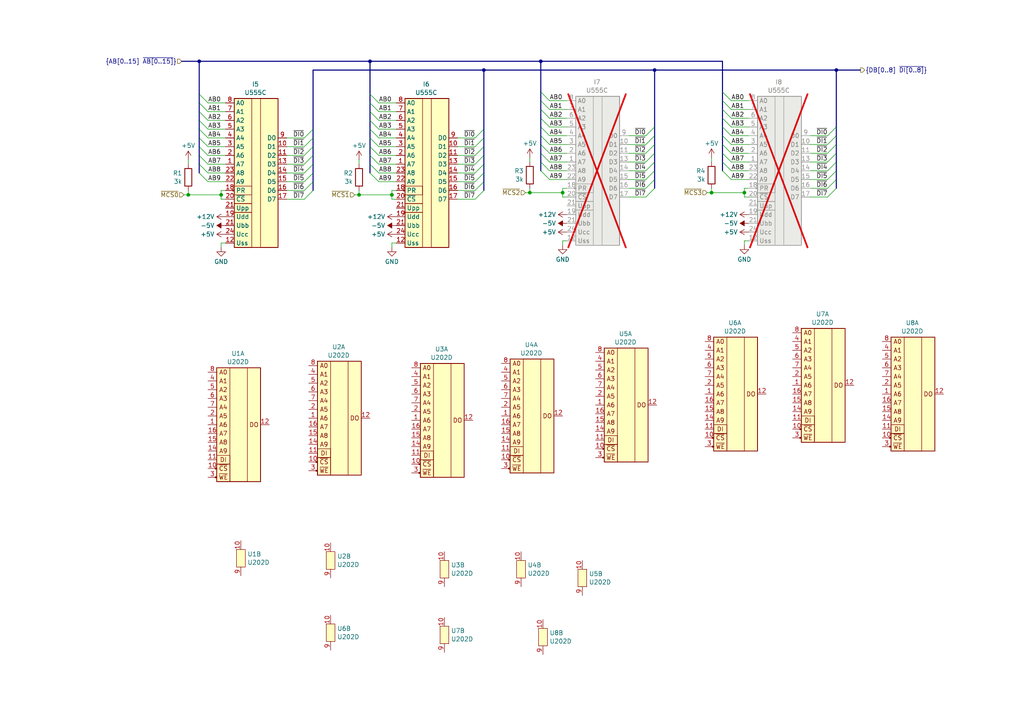
<source format=kicad_sch>
(kicad_sch (version 20230121) (generator eeschema)
  (paper "A4")
  (title_block (title "ROM"))
  (lib_symbols
    (symbol "Device:R" (pin_numbers hide) (pin_names (offset 0))
      (property "Reference" "R" (at 2.032 0 90))
      (property "Value" "R" (at 0 0 90))
      (symbol "R_0_1"
        (rectangle (start -1.016 -2.54) (end 1.016 2.54) (stroke (width 0.254)))
      )
      (symbol "R_1_1"
        (pin passive line (at 0 3.81 270) (length 1.27) (name "~") (number "1"))
        (pin passive line (at 0 -3.81 90) (length 1.27) (name "~") (number "2"))
      )
    )
    (symbol "RFT_Digitalschaltkreise:U202D" (pin_names (offset 1.016) hide)
      (property "Reference" "U" (at 0 17.78 0))
      (property "Value" "U202D" (at 0 -17.78 0))
      (symbol "U202D_1_1"
        (circle (center -6.6548 -15.24) (radius 0.2032) (fill (type outline)))
        (circle (center -6.6548 -12.7) (radius 0.2032) (fill (type outline)))
        (rectangle (start -6.35 -11.43) (end -2.54 -16.51))
        (rectangle (start -6.35 -8.89) (end -2.54 -11.43))
        (rectangle (start -6.35 16.51) (end 6.35 -16.51) (stroke (width 0.254)) (fill (type background)))
        (rectangle (start -2.54 16.51) (end 2.54 -16.51))
        (text "A0" (at -4.445 15.24 0) (effects (font (size 1.27 1.27))))
        (text "A1" (at -4.445 12.7 0) (effects (font (size 1.27 1.27))))
        (text "A2" (at -4.445 10.16 0) (effects (font (size 1.27 1.27))))
        (text "A3" (at -4.445 7.62 0) (effects (font (size 1.27 1.27))))
        (text "A4" (at -4.445 5.08 0) (effects (font (size 1.27 1.27))))
        (text "A5" (at -4.445 2.54 0) (effects (font (size 1.27 1.27))))
        (text "A6" (at -4.445 0 0) (effects (font (size 1.27 1.27))))
        (text "A7" (at -4.445 -2.54 0) (effects (font (size 1.27 1.27))))
        (text "A8" (at -4.445 -5.08 0) (effects (font (size 1.27 1.27))))
        (text "A9" (at -4.445 -7.62 0) (effects (font (size 1.27 1.27))))
        (text "DI" (at -4.445 -10.16 0) (effects (font (size 1.27 1.27))))
        (text "DO" (at 4.445 0 0) (effects (font (size 1.27 1.27))))
        (text "~{CS}" (at -4.445 -12.7 0) (effects (font (size 1.27 1.27))))
        (text "~{WE}" (at -4.445 -15.24 0) (effects (font (size 1.27 1.27))))
        (pin input line (at -8.89 0 0) (length 2.54) (name "A6") (number "1"))
        (pin input line (at -8.89 -12.7 0) (length 2.54) (name "~{CS}") (number "10"))
        (pin input line (at -8.89 -10.16 0) (length 2.54) (name "~{CS}") (number "11"))
        (pin output line (at 8.89 0 180) (length 2.54) (name "DO") (number "12"))
        (pin input line (at -8.89 -7.62 0) (length 2.54) (name "A9") (number "14"))
        (pin input line (at -8.89 -5.08 0) (length 2.54) (name "A8") (number "15"))
        (pin input line (at -8.89 -2.54 0) (length 2.54) (name "A7") (number "16"))
        (pin input line (at -8.89 2.54 0) (length 2.54) (name "A5") (number "2"))
        (pin input line (at -8.89 -15.24 0) (length 2.54) (name "~{WE}") (number "3"))
        (pin input line (at -8.89 12.7 0) (length 2.54) (name "A1") (number "4"))
        (pin input line (at -8.89 10.16 0) (length 2.54) (name "A2") (number "5"))
        (pin input line (at -8.89 7.62 0) (length 2.54) (name "A3") (number "6"))
        (pin input line (at -8.89 5.08 0) (length 2.54) (name "A4") (number "7"))
        (pin input line (at -8.89 15.24 0) (length 2.54) (name "A0") (number "8"))
      )
      (symbol "U202D_2_1"
        (rectangle (start -1.27 2.54) (end 1.27 -2.54) (fill (type background)))
        (pin power_in line (at 0 5.08 270) (length 2.54) (name "Udd") (number "10"))
        (pin power_in line (at 0 -5.08 90) (length 2.54) (name "Uss") (number "9"))
      )
    )
    (symbol "RFT_Digitalschaltkreise:U555C"
      (property "Reference" "U" (at 0 21.59 0))
      (property "Value" "U555C" (at 0 -24.13 0))
      (symbol "U555C_0_1"
        (rectangle (start -6.35 -10.16) (end -1.27 -12.7))
        (rectangle (start -1.27 -5.08) (end -6.35 -10.16))
      )
      (symbol "U555C_1_1"
        (circle (center -6.6548 -6.35) (radius 0.2032) (fill (type outline)))
        (rectangle (start -6.35 -12.7) (end -1.27 -22.86))
        (rectangle (start -6.35 20.32) (end -1.27 -7.62))
        (rectangle (start -6.35 20.32) (end 6.35 -22.86) (stroke (width 0.254)) (fill (type background)))
        (rectangle (start 1.27 20.32) (end 6.35 -22.86))
        (pin input line (at -8.89 1.27 0) (length 2.54) (name "A7") (number "1"))
        (pin tri_state line (at 8.89 6.35 180) (length 2.54) (name "D1") (number "10"))
        (pin tri_state line (at 8.89 3.81 180) (length 2.54) (name "D2") (number "11"))
        (pin power_in line (at -8.89 -21.59 0) (length 2.54) (name "Uss") (number "12"))
        (pin tri_state line (at 8.89 1.27 180) (length 2.54) (name "D3") (number "13"))
        (pin tri_state line (at 8.89 -1.27 180) (length 2.54) (name "D4") (number "14"))
        (pin tri_state line (at 8.89 -3.81 180) (length 2.54) (name "D5") (number "15"))
        (pin tri_state line (at 8.89 -6.35 180) (length 2.54) (name "D6") (number "16"))
        (pin tri_state line (at 8.89 -8.89 180) (length 2.54) (name "D7") (number "17"))
        (pin input line (at -8.89 -6.35 0) (length 2.54) (name "PR") (number "18"))
        (pin power_in line (at -8.89 -13.97 0) (length 2.54) (name "Udd") (number "19"))
        (pin input line (at -8.89 3.81 0) (length 2.54) (name "A6") (number "2"))
        (pin input line (at -8.89 -8.89 0) (length 2.54) (name "~{CS}") (number "20"))
        (pin power_in line (at -8.89 -16.51 0) (length 2.54) (name "Ubb") (number "21"))
        (pin power_in line (at -8.89 -11.43 0) (length 2.54) (name "Upp") (number "21"))
        (pin input line (at -8.89 -3.81 0) (length 2.54) (name "A9") (number "22"))
        (pin input line (at -8.89 -1.27 0) (length 2.54) (name "A8") (number "23"))
        (pin power_in line (at -8.89 -19.05 0) (length 2.54) (name "Ucc") (number "24"))
        (pin input line (at -8.89 6.35 0) (length 2.54) (name "A5") (number "3"))
        (pin input line (at -8.89 8.89 0) (length 2.54) (name "A4") (number "4"))
        (pin input line (at -8.89 11.43 0) (length 2.54) (name "A3") (number "5"))
        (pin input line (at -8.89 13.97 0) (length 2.54) (name "A2") (number "6"))
        (pin input line (at -8.89 16.51 0) (length 2.54) (name "A1") (number "7"))
        (pin input line (at -8.89 19.05 0) (length 2.54) (name "A0") (number "8"))
        (pin tri_state line (at 8.89 8.89 180) (length 2.54) (name "D0") (number "9"))
      )
    )
    (symbol "power:+12V" (power) (pin_names (offset 0))
      (property "Value" "+12V" (at 0 3.556 0))
      (symbol "+12V_0_1"
        (polyline (pts (xy -0.762 1.27) (xy 0 2.54)))
        (polyline (pts (xy 0 0) (xy 0 2.54)))
        (polyline (pts (xy 0 2.54) (xy 0.762 1.27)))
      )
      (symbol "+12V_1_1"
        (pin power_in line (at 0 0 90) (length 0) hide (name "+12V") (number "1"))
      )
    )
    (symbol "power:+5V" (power) (pin_names (offset 0))
      (property "Value" "+5V" (at 0 3.556 0))
      (symbol "+5V_0_1"
        (polyline (pts (xy -0.762 1.27) (xy 0 2.54)))
        (polyline (pts (xy 0 0) (xy 0 2.54)))
        (polyline (pts (xy 0 2.54) (xy 0.762 1.27)))
      )
      (symbol "+5V_1_1"
        (pin power_in line (at 0 0 90) (length 0) hide (name "+5V") (number "1"))
      )
    )
    (symbol "power:-5V" (power) (pin_names (offset 0))
      (property "Value" "-5V" (at 0 3.81 0))
      (symbol "-5V_0_0"
        (pin power_in line (at 0 0 90) (length 0) hide (name "-5V") (number "1"))
      )
      (symbol "-5V_0_1"
        (polyline (pts (xy 0 0) (xy 0 1.27) (xy 0.762 1.27) (xy 0 2.54) (xy -0.762 1.27) (xy 0 1.27)) (fill (type outline)))
      )
    )
    (symbol "power:GND" (power) (pin_names (offset 0))
      (property "Value" "GND" (at 0 -3.81 0))
      (symbol "GND_0_1"
        (polyline (pts (xy 0 0) (xy 0 -1.27) (xy 1.27 -1.27) (xy 0 -2.54) (xy -1.27 -1.27) (xy 0 -1.27)))
      )
      (symbol "GND_1_1"
        (pin power_in line (at 0 0 270) (length 0) hide (name "GND") (number "1"))
      )
    )
  )
  (junction (at 189.865 20.32))
  (junction (at 64.135 56.515))
  (junction (at 153.67 55.88))
  (junction (at 57.785 17.78))
  (junction (at 104.14 56.515))
  (junction (at 163.195 55.88))
  (junction (at 215.9 55.88))
  (junction (at 156.845 17.78))
  (junction (at 140.335 20.32))
  (junction (at 107.315 17.78))
  (junction (at 206.375 55.88))
  (junction (at 113.665 56.515))
  (junction (at 242.57 20.32))
  (junction (at 54.61 56.515))
  (bus_entry (at 57.785 32.385) (size 2.54 2.54))
  (bus_entry (at 107.315 27.305) (size 2.54 2.54))
  (bus_entry (at 187.325 57.15) (size 2.54 -2.54))
  (bus_entry (at 156.845 49.53) (size 2.54 2.54))
  (bus_entry (at 209.55 46.99) (size 2.54 2.54))
  (bus_entry (at 88.265 45.085) (size 2.54 -2.54))
  (bus_entry (at 209.55 36.83) (size 2.54 2.54))
  (bus_entry (at 240.03 44.45) (size 2.54 -2.54))
  (bus_entry (at 107.315 32.385) (size 2.54 2.54))
  (bus_entry (at 187.325 49.53) (size 2.54 -2.54))
  (bus_entry (at 156.845 41.91) (size 2.54 2.54))
  (bus_entry (at 156.845 29.21) (size 2.54 2.54))
  (bus_entry (at 156.845 36.83) (size 2.54 2.54))
  (bus_entry (at 187.325 54.61) (size 2.54 -2.54))
  (bus_entry (at 88.265 42.545) (size 2.54 -2.54))
  (bus_entry (at 137.795 55.245) (size 2.54 -2.54))
  (bus_entry (at 57.785 27.305) (size 2.54 2.54))
  (bus_entry (at 209.55 31.75) (size 2.54 2.54))
  (bus_entry (at 187.325 44.45) (size 2.54 -2.54))
  (bus_entry (at 187.325 39.37) (size 2.54 -2.54))
  (bus_entry (at 57.785 47.625) (size 2.54 2.54))
  (bus_entry (at 137.795 45.085) (size 2.54 -2.54))
  (bus_entry (at 88.265 52.705) (size 2.54 -2.54))
  (bus_entry (at 137.795 52.705) (size 2.54 -2.54))
  (bus_entry (at 88.265 55.245) (size 2.54 -2.54))
  (bus_entry (at 156.845 44.45) (size 2.54 2.54))
  (bus_entry (at 88.265 50.165) (size 2.54 -2.54))
  (bus_entry (at 156.845 34.29) (size 2.54 2.54))
  (bus_entry (at 137.795 50.165) (size 2.54 -2.54))
  (bus_entry (at 240.03 52.07) (size 2.54 -2.54))
  (bus_entry (at 209.55 41.91) (size 2.54 2.54))
  (bus_entry (at 88.265 57.785) (size 2.54 -2.54))
  (bus_entry (at 240.03 49.53) (size 2.54 -2.54))
  (bus_entry (at 137.795 47.625) (size 2.54 -2.54))
  (bus_entry (at 240.03 54.61) (size 2.54 -2.54))
  (bus_entry (at 209.55 39.37) (size 2.54 2.54))
  (bus_entry (at 187.325 46.99) (size 2.54 -2.54))
  (bus_entry (at 240.03 41.91) (size 2.54 -2.54))
  (bus_entry (at 57.785 29.845) (size 2.54 2.54))
  (bus_entry (at 107.315 42.545) (size 2.54 2.54))
  (bus_entry (at 187.325 41.91) (size 2.54 -2.54))
  (bus_entry (at 209.55 49.53) (size 2.54 2.54))
  (bus_entry (at 240.03 46.99) (size 2.54 -2.54))
  (bus_entry (at 209.55 34.29) (size 2.54 2.54))
  (bus_entry (at 107.315 40.005) (size 2.54 2.54))
  (bus_entry (at 107.315 29.845) (size 2.54 2.54))
  (bus_entry (at 137.795 57.785) (size 2.54 -2.54))
  (bus_entry (at 156.845 46.99) (size 2.54 2.54))
  (bus_entry (at 57.785 34.925) (size 2.54 2.54))
  (bus_entry (at 57.785 42.545) (size 2.54 2.54))
  (bus_entry (at 137.795 40.005) (size 2.54 -2.54))
  (bus_entry (at 156.845 26.67) (size 2.54 2.54))
  (bus_entry (at 240.03 39.37) (size 2.54 -2.54))
  (bus_entry (at 240.03 57.15) (size 2.54 -2.54))
  (bus_entry (at 107.315 50.165) (size 2.54 2.54))
  (bus_entry (at 107.315 47.625) (size 2.54 2.54))
  (bus_entry (at 88.265 47.625) (size 2.54 -2.54))
  (bus_entry (at 156.845 31.75) (size 2.54 2.54))
  (bus_entry (at 209.55 26.67) (size 2.54 2.54))
  (bus_entry (at 107.315 34.925) (size 2.54 2.54))
  (bus_entry (at 209.55 44.45) (size 2.54 2.54))
  (bus_entry (at 187.325 52.07) (size 2.54 -2.54))
  (bus_entry (at 209.55 29.21) (size 2.54 2.54))
  (bus_entry (at 57.785 40.005) (size 2.54 2.54))
  (bus_entry (at 156.845 39.37) (size 2.54 2.54))
  (bus_entry (at 107.315 45.085) (size 2.54 2.54))
  (bus_entry (at 57.785 45.085) (size 2.54 2.54))
  (bus_entry (at 107.315 37.465) (size 2.54 2.54))
  (bus_entry (at 88.265 40.005) (size 2.54 -2.54))
  (bus_entry (at 137.795 42.545) (size 2.54 -2.54))
  (bus_entry (at 57.785 37.465) (size 2.54 2.54))
  (bus_entry (at 57.785 50.165) (size 2.54 2.54))
  (wire (pts (xy 114.935 57.785) (xy 113.665 57.785)))
  (wire (pts (xy 234.95 49.53) (xy 240.03 49.53)))
  (bus (pts (xy 107.315 47.625) (xy 107.315 50.165)))
  (wire (pts (xy 104.14 56.515) (xy 104.14 55.245)))
  (bus (pts (xy 156.845 44.45) (xy 156.845 46.99)))
  (bus (pts (xy 107.315 17.78) (xy 156.845 17.78)))
  (wire (pts (xy 60.325 42.545) (xy 65.405 42.545)))
  (bus (pts (xy 242.57 46.99) (xy 242.57 49.53)))
  (wire (pts (xy 83.185 45.085) (xy 88.265 45.085)))
  (wire (pts (xy 60.325 40.005) (xy 65.405 40.005)))
  (wire (pts (xy 153.67 45.72) (xy 153.67 46.99)))
  (bus (pts (xy 189.865 20.32) (xy 242.57 20.32)))
  (wire (pts (xy 109.855 45.085) (xy 114.935 45.085)))
  (wire (pts (xy 159.385 52.07) (xy 164.465 52.07)))
  (bus (pts (xy 189.865 39.37) (xy 189.865 41.91)))
  (bus (pts (xy 156.845 26.67) (xy 156.845 29.21)))
  (wire (pts (xy 182.245 46.99) (xy 187.325 46.99)))
  (wire (pts (xy 132.715 40.005) (xy 137.795 40.005)))
  (bus (pts (xy 140.335 52.705) (xy 140.335 55.245)))
  (bus (pts (xy 156.845 41.91) (xy 156.845 44.45)))
  (bus (pts (xy 242.57 39.37) (xy 242.57 41.91)))
  (wire (pts (xy 60.325 29.845) (xy 65.405 29.845)))
  (wire (pts (xy 215.9 69.85) (xy 217.17 69.85)))
  (bus (pts (xy 156.845 31.75) (xy 156.845 34.29)))
  (wire (pts (xy 159.385 36.83) (xy 164.465 36.83)))
  (wire (pts (xy 215.9 57.15) (xy 215.9 55.88)))
  (bus (pts (xy 209.55 41.91) (xy 209.55 44.45)))
  (wire (pts (xy 234.95 57.15) (xy 240.03 57.15)))
  (bus (pts (xy 209.55 34.29) (xy 209.55 36.83)))
  (wire (pts (xy 234.95 44.45) (xy 240.03 44.45)))
  (wire (pts (xy 83.185 50.165) (xy 88.265 50.165)))
  (wire (pts (xy 212.09 52.07) (xy 217.17 52.07)))
  (bus (pts (xy 189.865 49.53) (xy 189.865 52.07)))
  (wire (pts (xy 215.9 55.88) (xy 215.9 54.61)))
  (wire (pts (xy 109.855 34.925) (xy 114.935 34.925)))
  (wire (pts (xy 163.195 55.88) (xy 153.67 55.88)))
  (bus (pts (xy 209.55 36.83) (xy 209.55 39.37)))
  (wire (pts (xy 104.14 46.355) (xy 104.14 47.625)))
  (wire (pts (xy 163.195 55.88) (xy 163.195 54.61)))
  (bus (pts (xy 107.315 29.845) (xy 107.315 32.385)))
  (bus (pts (xy 57.785 37.465) (xy 57.785 40.005)))
  (bus (pts (xy 90.805 50.165) (xy 90.805 52.705)))
  (wire (pts (xy 182.245 49.53) (xy 187.325 49.53)))
  (wire (pts (xy 60.325 32.385) (xy 65.405 32.385)))
  (bus (pts (xy 189.865 52.07) (xy 189.865 54.61)))
  (bus (pts (xy 156.845 46.99) (xy 156.845 49.53)))
  (wire (pts (xy 234.95 41.91) (xy 240.03 41.91)))
  (wire (pts (xy 132.715 52.705) (xy 137.795 52.705)))
  (bus (pts (xy 189.865 41.91) (xy 189.865 44.45)))
  (wire (pts (xy 102.87 56.515) (xy 104.14 56.515)))
  (bus (pts (xy 140.335 37.465) (xy 140.335 40.005)))
  (wire (pts (xy 182.245 39.37) (xy 187.325 39.37)))
  (wire (pts (xy 109.855 52.705) (xy 114.935 52.705)))
  (bus (pts (xy 90.805 52.705) (xy 90.805 55.245)))
  (wire (pts (xy 64.135 71.755) (xy 64.135 70.485)))
  (wire (pts (xy 163.195 71.12) (xy 163.195 69.85)))
  (bus (pts (xy 107.315 45.085) (xy 107.315 47.625)))
  (bus (pts (xy 242.57 36.83) (xy 242.57 39.37)))
  (wire (pts (xy 159.385 46.99) (xy 164.465 46.99)))
  (bus (pts (xy 140.335 45.085) (xy 140.335 47.625)))
  (wire (pts (xy 83.185 42.545) (xy 88.265 42.545)))
  (wire (pts (xy 113.665 55.245) (xy 114.935 55.245)))
  (wire (pts (xy 132.715 57.785) (xy 137.795 57.785)))
  (wire (pts (xy 215.9 71.12) (xy 215.9 69.85)))
  (wire (pts (xy 83.185 40.005) (xy 88.265 40.005)))
  (bus (pts (xy 140.335 40.005) (xy 140.335 42.545)))
  (wire (pts (xy 60.325 34.925) (xy 65.405 34.925)))
  (wire (pts (xy 234.95 39.37) (xy 240.03 39.37)))
  (bus (pts (xy 107.315 37.465) (xy 107.315 40.005)))
  (bus (pts (xy 107.315 32.385) (xy 107.315 34.925)))
  (wire (pts (xy 212.09 46.99) (xy 217.17 46.99)))
  (bus (pts (xy 107.315 42.545) (xy 107.315 45.085)))
  (bus (pts (xy 242.57 44.45) (xy 242.57 46.99)))
  (wire (pts (xy 83.185 55.245) (xy 88.265 55.245)))
  (bus (pts (xy 90.805 20.32) (xy 140.335 20.32)))
  (wire (pts (xy 159.385 31.75) (xy 164.465 31.75)))
  (wire (pts (xy 132.715 42.545) (xy 137.795 42.545)))
  (wire (pts (xy 64.135 56.515) (xy 64.135 55.245)))
  (wire (pts (xy 215.9 55.88) (xy 206.375 55.88)))
  (wire (pts (xy 64.135 57.785) (xy 64.135 56.515)))
  (wire (pts (xy 60.325 52.705) (xy 65.405 52.705)))
  (wire (pts (xy 113.665 56.515) (xy 104.14 56.515)))
  (wire (pts (xy 212.09 41.91) (xy 217.17 41.91)))
  (wire (pts (xy 64.135 55.245) (xy 65.405 55.245)))
  (wire (pts (xy 206.375 55.88) (xy 206.375 54.61)))
  (wire (pts (xy 60.325 50.165) (xy 65.405 50.165)))
  (bus (pts (xy 57.785 17.78) (xy 107.315 17.78)))
  (bus (pts (xy 52.705 17.78) (xy 57.785 17.78)))
  (wire (pts (xy 53.34 56.515) (xy 54.61 56.515)))
  (wire (pts (xy 109.855 32.385) (xy 114.935 32.385)))
  (bus (pts (xy 107.315 40.005) (xy 107.315 42.545)))
  (wire (pts (xy 83.185 47.625) (xy 88.265 47.625)))
  (wire (pts (xy 113.665 71.755) (xy 113.665 70.485)))
  (wire (pts (xy 152.4 55.88) (xy 153.67 55.88)))
  (wire (pts (xy 212.09 39.37) (xy 217.17 39.37)))
  (wire (pts (xy 64.135 56.515) (xy 54.61 56.515)))
  (wire (pts (xy 212.09 44.45) (xy 217.17 44.45)))
  (bus (pts (xy 189.865 36.83) (xy 189.865 39.37)))
  (bus (pts (xy 57.785 42.545) (xy 57.785 45.085)))
  (wire (pts (xy 109.855 50.165) (xy 114.935 50.165)))
  (wire (pts (xy 182.245 52.07) (xy 187.325 52.07)))
  (wire (pts (xy 205.105 55.88) (xy 206.375 55.88)))
  (bus (pts (xy 90.805 20.32) (xy 90.805 37.465)))
  (bus (pts (xy 140.335 50.165) (xy 140.335 52.705)))
  (bus (pts (xy 107.315 17.78) (xy 107.315 27.305)))
  (wire (pts (xy 182.245 41.91) (xy 187.325 41.91)))
  (wire (pts (xy 212.09 49.53) (xy 217.17 49.53)))
  (bus (pts (xy 156.845 17.78) (xy 209.55 17.78)))
  (wire (pts (xy 109.855 47.625) (xy 114.935 47.625)))
  (wire (pts (xy 54.61 46.355) (xy 54.61 47.625)))
  (wire (pts (xy 132.715 47.625) (xy 137.795 47.625)))
  (wire (pts (xy 153.67 55.88) (xy 153.67 54.61)))
  (bus (pts (xy 242.57 52.07) (xy 242.57 54.61)))
  (bus (pts (xy 156.845 36.83) (xy 156.845 39.37)))
  (bus (pts (xy 90.805 47.625) (xy 90.805 50.165)))
  (bus (pts (xy 209.55 39.37) (xy 209.55 41.91)))
  (wire (pts (xy 60.325 47.625) (xy 65.405 47.625)))
  (wire (pts (xy 212.09 29.21) (xy 217.17 29.21)))
  (wire (pts (xy 234.95 54.61) (xy 240.03 54.61)))
  (wire (pts (xy 132.715 45.085) (xy 137.795 45.085)))
  (wire (pts (xy 212.09 36.83) (xy 217.17 36.83)))
  (wire (pts (xy 159.385 49.53) (xy 164.465 49.53)))
  (bus (pts (xy 57.785 34.925) (xy 57.785 37.465)))
  (wire (pts (xy 60.325 37.465) (xy 65.405 37.465)))
  (bus (pts (xy 156.845 34.29) (xy 156.845 36.83)))
  (bus (pts (xy 57.785 17.78) (xy 57.785 27.305)))
  (wire (pts (xy 109.855 40.005) (xy 114.935 40.005)))
  (wire (pts (xy 132.715 50.165) (xy 137.795 50.165)))
  (wire (pts (xy 164.465 57.15) (xy 163.195 57.15)))
  (wire (pts (xy 113.665 57.785) (xy 113.665 56.515)))
  (wire (pts (xy 215.9 54.61) (xy 217.17 54.61)))
  (wire (pts (xy 159.385 39.37) (xy 164.465 39.37)))
  (bus (pts (xy 140.335 20.32) (xy 189.865 20.32)))
  (bus (pts (xy 209.55 46.99) (xy 209.55 49.53)))
  (bus (pts (xy 140.335 42.545) (xy 140.335 45.085)))
  (wire (pts (xy 132.715 55.245) (xy 137.795 55.245)))
  (wire (pts (xy 159.385 41.91) (xy 164.465 41.91)))
  (wire (pts (xy 109.855 29.845) (xy 114.935 29.845)))
  (wire (pts (xy 159.385 34.29) (xy 164.465 34.29)))
  (bus (pts (xy 189.865 20.32) (xy 189.865 36.83)))
  (wire (pts (xy 109.855 37.465) (xy 114.935 37.465)))
  (bus (pts (xy 242.57 20.32) (xy 249.555 20.32)))
  (bus (pts (xy 209.55 29.21) (xy 209.55 31.75)))
  (wire (pts (xy 234.95 52.07) (xy 240.03 52.07)))
  (wire (pts (xy 212.09 31.75) (xy 217.17 31.75)))
  (bus (pts (xy 57.785 45.085) (xy 57.785 47.625)))
  (wire (pts (xy 182.245 44.45) (xy 187.325 44.45)))
  (bus (pts (xy 107.315 27.305) (xy 107.315 29.845)))
  (wire (pts (xy 113.665 56.515) (xy 113.665 55.245)))
  (bus (pts (xy 156.845 39.37) (xy 156.845 41.91)))
  (wire (pts (xy 83.185 52.705) (xy 88.265 52.705)))
  (bus (pts (xy 242.57 20.32) (xy 242.57 36.83)))
  (bus (pts (xy 209.55 26.67) (xy 209.55 29.21)))
  (wire (pts (xy 64.135 70.485) (xy 65.405 70.485)))
  (bus (pts (xy 242.57 49.53) (xy 242.57 52.07)))
  (bus (pts (xy 57.785 27.305) (xy 57.785 29.845)))
  (bus (pts (xy 209.55 17.78) (xy 209.55 26.67)))
  (wire (pts (xy 163.195 54.61) (xy 164.465 54.61)))
  (wire (pts (xy 163.195 69.85) (xy 164.465 69.85)))
  (bus (pts (xy 57.785 32.385) (xy 57.785 34.925)))
  (bus (pts (xy 90.805 40.005) (xy 90.805 42.545)))
  (bus (pts (xy 140.335 47.625) (xy 140.335 50.165)))
  (wire (pts (xy 60.325 45.085) (xy 65.405 45.085)))
  (wire (pts (xy 109.855 42.545) (xy 114.935 42.545)))
  (wire (pts (xy 182.245 54.61) (xy 187.325 54.61)))
  (wire (pts (xy 159.385 29.21) (xy 164.465 29.21)))
  (wire (pts (xy 65.405 57.785) (xy 64.135 57.785)))
  (bus (pts (xy 189.865 44.45) (xy 189.865 46.99)))
  (bus (pts (xy 242.57 41.91) (xy 242.57 44.45)))
  (wire (pts (xy 83.185 57.785) (xy 88.265 57.785)))
  (bus (pts (xy 57.785 29.845) (xy 57.785 32.385)))
  (bus (pts (xy 209.55 31.75) (xy 209.55 34.29)))
  (bus (pts (xy 90.805 45.085) (xy 90.805 47.625)))
  (bus (pts (xy 189.865 46.99) (xy 189.865 49.53)))
  (wire (pts (xy 163.195 57.15) (xy 163.195 55.88)))
  (wire (pts (xy 234.95 46.99) (xy 240.03 46.99)))
  (bus (pts (xy 156.845 17.78) (xy 156.845 26.67)))
  (wire (pts (xy 182.245 57.15) (xy 187.325 57.15)))
  (wire (pts (xy 54.61 56.515) (xy 54.61 55.245)))
  (bus (pts (xy 90.805 42.545) (xy 90.805 45.085)))
  (wire (pts (xy 159.385 44.45) (xy 164.465 44.45)))
  (bus (pts (xy 90.805 37.465) (xy 90.805 40.005)))
  (bus (pts (xy 140.335 20.32) (xy 140.335 37.465)))
  (wire (pts (xy 113.665 70.485) (xy 114.935 70.485)))
  (bus (pts (xy 209.55 44.45) (xy 209.55 46.99)))
  (bus (pts (xy 57.785 40.005) (xy 57.785 42.545)))
  (wire (pts (xy 217.17 57.15) (xy 215.9 57.15)))
  (bus (pts (xy 156.845 29.21) (xy 156.845 31.75)))
  (wire (pts (xy 206.375 45.72) (xy 206.375 46.99)))
  (bus (pts (xy 107.315 34.925) (xy 107.315 37.465)))
  (bus (pts (xy 57.785 47.625) (xy 57.785 50.165)))
  (wire (pts (xy 212.09 34.29) (xy 217.17 34.29)))
  (label "~{DI4}" (at 88.265 50.165 180))
  (label "~{DI0}" (at 137.795 40.005 180))
  (label "~{DI3}" (at 240.03 46.99 180))
  (label "AB3" (at 159.385 36.83 0))
  (label "AB1" (at 159.385 31.75 0))
  (label "AB5" (at 212.09 41.91 0))
  (label "~{DI6}" (at 240.03 54.61 180))
  (label "AB7" (at 109.855 47.625 0))
  (label "~{DI3}" (at 187.325 46.99 180))
  (label "~{DI4}" (at 240.03 49.53 180))
  (label "~{DI2}" (at 137.795 45.085 180))
  (label "AB0" (at 212.09 29.21 0))
  (label "AB1" (at 109.855 32.385 0))
  (label "~{DI6}" (at 187.325 54.61 180))
  (label "AB0" (at 109.855 29.845 0))
  (label "~{DI3}" (at 137.795 47.625 180))
  (label "~{DI5}" (at 240.03 52.07 180))
  (label "~{DI0}" (at 187.325 39.37 180))
  (label "AB9" (at 60.325 52.705 0))
  (label "AB1" (at 60.325 32.385 0))
  (label "~{DI0}" (at 240.03 39.37 180))
  (label "~{DI6}" (at 137.795 55.245 180))
  (label "AB1" (at 212.09 31.75 0))
  (label "AB6" (at 60.325 45.085 0))
  (label "~{DI1}" (at 137.795 42.545 180))
  (label "AB7" (at 212.09 46.99 0))
  (label "AB7" (at 159.385 46.99 0))
  (label "~{DI5}" (at 187.325 52.07 180))
  (label "AB6" (at 109.855 45.085 0))
  (label "~{DI5}" (at 88.265 52.705 180))
  (label "AB5" (at 60.325 42.545 0))
  (label "AB0" (at 159.385 29.21 0))
  (label "~{DI7}" (at 187.325 57.15 180))
  (label "AB4" (at 109.855 40.005 0))
  (label "AB9" (at 159.385 52.07 0))
  (label "AB9" (at 212.09 52.07 0))
  (label "AB4" (at 212.09 39.37 0))
  (label "~{DI7}" (at 240.03 57.15 180))
  (label "AB4" (at 60.325 40.005 0))
  (label "~{DI6}" (at 88.265 55.245 180))
  (label "~{DI1}" (at 187.325 41.91 180))
  (label "AB3" (at 109.855 37.465 0))
  (label "AB7" (at 60.325 47.625 0))
  (label "AB2" (at 159.385 34.29 0))
  (label "~{DI0}" (at 88.265 40.005 180))
  (label "~{DI2}" (at 187.325 44.45 180))
  (label "~{DI3}" (at 88.265 47.625 180))
  (label "AB8" (at 159.385 49.53 0))
  (label "AB9" (at 109.855 52.705 0))
  (label "AB4" (at 159.385 39.37 0))
  (label "~{DI1}" (at 240.03 41.91 180))
  (label "AB2" (at 109.855 34.925 0))
  (label "AB5" (at 109.855 42.545 0))
  (label "~{DI1}" (at 88.265 42.545 180))
  (label "AB2" (at 212.09 34.29 0))
  (label "AB0" (at 60.325 29.845 0))
  (label "AB5" (at 159.385 41.91 0))
  (label "AB2" (at 60.325 34.925 0))
  (label "~{DI7}" (at 137.795 57.785 180))
  (label "AB3" (at 60.325 37.465 0))
  (label "~{DI2}" (at 88.265 45.085 180))
  (label "~{DI4}" (at 187.325 49.53 180))
  (label "~{DI4}" (at 137.795 50.165 180))
  (label "~{DI7}" (at 88.265 57.785 180))
  (label "AB3" (at 212.09 36.83 0))
  (label "~{DI2}" (at 240.03 44.45 180))
  (label "AB8" (at 109.855 50.165 0))
  (label "~{DI5}" (at 137.795 52.705 180))
  (label "AB6" (at 212.09 44.45 0))
  (label "AB6" (at 159.385 44.45 0))
  (label "AB8" (at 212.09 49.53 0))
  (label "AB8" (at 60.325 50.165 0))
  (hierarchical_label "~{MCS0}" (shape input) (at 53.34 56.515 180))
  (hierarchical_label "~{MCS1}" (shape input) (at 102.87 56.515 180))
  (hierarchical_label "{DB[0..8] ~{DI[0..8]}}" (shape output) (at 249.555 20.32 0))
  (hierarchical_label "~{MCS3}" (shape input) (at 205.105 55.88 180))
  (hierarchical_label "~{MCS2}" (shape input) (at 152.4 55.88 180))
  (hierarchical_label "{AB[0..15] ~{AB[0..15]}}" (shape input) (at 52.705 17.78 180))
  (symbol (lib_id "power:+12V") (at 114.935 62.865 90) (unit 1)
    (property "Reference" "#PWR013" (effects hide))
    (property "Value" "+12V" (at 111.76 62.865 90) (effects (justify left)))
  )
  (symbol (lib_id "power:+5V") (at 65.405 67.945 90) (unit 1)
    (property "Reference" "#PWR07" (effects hide))
    (property "Value" "+5V" (at 62.2301 67.945 90) (effects (justify left)))
  )
  (symbol (lib_id "RFT_Digitalschaltkreise:U202D") (at 264.795 114.3 0) (unit 1)
    (property "Reference" "U8" (at 264.6045 93.6457 0))
    (property "Value" "U202D" (at 264.6045 96.0699 0))
    (property "Datasheet" "https://www-user.tu-chemnitz.de/~heha/basteln/Konsumg%C3%BCter/DDR-Halbleiter/u202.gif" (effects hide))
  )
  (symbol (lib_id "power:+5V") (at 114.935 67.945 90) (unit 1)
    (property "Reference" "#PWR08" (effects hide))
    (property "Value" "+5V" (at 111.7601 67.945 90) (effects (justify left)))
  )
  (symbol (lib_id "power:+5V") (at 104.14 46.355 0) (unit 1)
    (property "Reference" "#PWR024" (effects hide))
    (property "Value" "+5V" (at 104.14 42.2219 0))
  )
  (symbol (lib_id "power:GND") (at 113.665 71.755 0) (unit 1)
    (property "Reference" "#PWR020" (effects hide))
    (property "Value" "GND" (at 113.665 75.8881 0))
  )
  (symbol (lib_id "power:+12V") (at 164.465 62.23 90) (unit 1)
    (property "Reference" "#PWR012" (effects hide))
    (property "Value" "+12V" (at 161.29 62.23 90) (effects (justify left)))
  )
  (symbol (lib_id "Device:R") (at 206.375 50.8 0) (unit 1)
    (property "Reference" "R4" (at 204.597 49.5879 0) (effects (justify right)))
    (property "Value" "3k" (at 204.597 52.0121 0) (effects (justify right)))
  )
  (symbol (lib_id "power:+12V") (at 65.405 62.865 90) (unit 1)
    (property "Reference" "#PWR014" (effects hide))
    (property "Value" "+12V" (at 62.23 62.865 90) (effects (justify left)))
  )
  (symbol (lib_id "RFT_Digitalschaltkreise:U202D") (at 157.48 184.785 0) (unit 2)
    (property "Reference" "U8" (at 159.385 183.5729 0) (effects (justify left)))
    (property "Value" "U202D" (at 159.385 185.9971 0) (effects (justify left)))
    (property "Datasheet" "https://www-user.tu-chemnitz.de/~heha/basteln/Konsumg%C3%BCter/DDR-Halbleiter/u202.gif" (effects hide))
  )
  (symbol (lib_id "RFT_Digitalschaltkreise:U555C") (at 74.295 48.895 0) (unit 1)
    (property "Reference" "I5" (at 74.1045 24.4307 0))
    (property "Value" "U555C" (at 74.1045 26.8549 0))
    (property "Datasheet" "https://www-user.tu-chemnitz.de/~heha/basteln/Konsumg%C3%BCter/DDR-Halbleiter/u555.gif" (effects hide))
  )
  (symbol (lib_id "RFT_Digitalschaltkreise:U202D") (at 95.885 183.515 0) (unit 2)
    (property "Reference" "U6" (at 97.79 182.3029 0) (effects (justify left)))
    (property "Value" "U202D" (at 97.79 184.7271 0) (effects (justify left)))
    (property "Datasheet" "https://www-user.tu-chemnitz.de/~heha/basteln/Konsumg%C3%BCter/DDR-Halbleiter/u202.gif" (effects hide))
  )
  (symbol (lib_id "power:GND") (at 163.195 71.12 0) (unit 1)
    (property "Reference" "#PWR021" (effects hide))
    (property "Value" "GND" (at 163.195 75.2531 0))
  )
  (symbol (lib_id "power:+5V") (at 54.61 46.355 0) (unit 1)
    (property "Reference" "#PWR023" (effects hide))
    (property "Value" "+5V" (at 54.61 42.2219 0))
  )
  (symbol (lib_id "RFT_Digitalschaltkreise:U202D") (at 151.13 165.1 0) (unit 2)
    (property "Reference" "U4" (at 153.035 163.8879 0) (effects (justify left)))
    (property "Value" "U202D" (at 153.035 166.3121 0) (effects (justify left)))
    (property "Datasheet" "https://www-user.tu-chemnitz.de/~heha/basteln/Konsumg%C3%BCter/DDR-Halbleiter/u202.gif" (effects hide))
  )
  (symbol (lib_id "RFT_Digitalschaltkreise:U555C") (at 226.06 48.26 0) (unit 1) (dnp yes)
    (property "Reference" "I8" (at 225.8695 23.7957 0))
    (property "Value" "U555C" (at 225.8695 26.2199 0))
    (property "Datasheet" "https://www-user.tu-chemnitz.de/~heha/basteln/Konsumg%C3%BCter/DDR-Halbleiter/u555.gif" (effects hide))
  )
  (symbol (lib_id "power:-5V") (at 65.405 65.405 90) (unit 1)
    (property "Reference" "#PWR015" (effects hide))
    (property "Value" "-5V" (at 62.2301 65.405 90) (effects (justify left)))
  )
  (symbol (lib_id "Device:R") (at 153.67 50.8 0) (unit 1)
    (property "Reference" "R3" (at 151.892 49.5879 0) (effects (justify right)))
    (property "Value" "3k" (at 151.892 52.0121 0) (effects (justify right)))
  )
  (symbol (lib_id "power:-5V") (at 164.465 64.77 90) (unit 1)
    (property "Reference" "#PWR017" (effects hide))
    (property "Value" "-5V" (at 161.2901 64.77 90) (effects (justify left)))
  )
  (symbol (lib_id "power:-5V") (at 114.935 65.405 90) (unit 1)
    (property "Reference" "#PWR016" (effects hide))
    (property "Value" "-5V" (at 111.7601 65.405 90) (effects (justify left)))
  )
  (symbol (lib_id "RFT_Digitalschaltkreise:U202D") (at 69.215 123.19 0) (unit 1)
    (property "Reference" "U1" (at 69.0245 102.5357 0))
    (property "Value" "U202D" (at 69.0245 104.9599 0))
    (property "Datasheet" "https://www-user.tu-chemnitz.de/~heha/basteln/Konsumg%C3%BCter/DDR-Halbleiter/u202.gif" (effects hide))
  )
  (symbol (lib_id "power:-5V") (at 217.17 64.77 90) (unit 1)
    (property "Reference" "#PWR018" (effects hide))
    (property "Value" "-5V" (at 213.9951 64.77 90) (effects (justify left)))
  )
  (symbol (lib_id "power:GND") (at 215.9 71.12 0) (unit 1)
    (property "Reference" "#PWR022" (effects hide))
    (property "Value" "GND" (at 215.9 75.2531 0))
  )
  (symbol (lib_id "RFT_Digitalschaltkreise:U202D") (at 238.76 111.76 0) (unit 1)
    (property "Reference" "U7" (at 238.5695 91.1057 0))
    (property "Value" "U202D" (at 238.5695 93.5299 0))
    (property "Datasheet" "https://www-user.tu-chemnitz.de/~heha/basteln/Konsumg%C3%BCter/DDR-Halbleiter/u202.gif" (effects hide))
  )
  (symbol (lib_id "RFT_Digitalschaltkreise:U202D") (at 98.425 121.285 0) (unit 1)
    (property "Reference" "U2" (at 98.2345 100.6307 0))
    (property "Value" "U202D" (at 98.2345 103.0549 0))
    (property "Datasheet" "https://www-user.tu-chemnitz.de/~heha/basteln/Konsumg%C3%BCter/DDR-Halbleiter/u202.gif" (effects hide))
  )
  (symbol (lib_id "Device:R") (at 104.14 51.435 0) (unit 1)
    (property "Reference" "R2" (at 102.362 50.2229 0) (effects (justify right)))
    (property "Value" "3k" (at 102.362 52.6471 0) (effects (justify right)))
  )
  (symbol (lib_id "Device:R") (at 54.61 51.435 0) (unit 1)
    (property "Reference" "R1" (at 52.832 50.2229 0) (effects (justify right)))
    (property "Value" "3k" (at 52.832 52.6471 0) (effects (justify right)))
  )
  (symbol (lib_id "RFT_Digitalschaltkreise:U202D") (at 128.905 165.1 0) (unit 2)
    (property "Reference" "U3" (at 130.81 163.8879 0) (effects (justify left)))
    (property "Value" "U202D" (at 130.81 166.3121 0) (effects (justify left)))
    (property "Datasheet" "https://www-user.tu-chemnitz.de/~heha/basteln/Konsumg%C3%BCter/DDR-Halbleiter/u202.gif" (effects hide))
  )
  (symbol (lib_id "RFT_Digitalschaltkreise:U555C") (at 123.825 48.895 0) (unit 1)
    (property "Reference" "I6" (at 123.6345 24.4307 0))
    (property "Value" "U555C" (at 123.6345 26.8549 0))
    (property "Datasheet" "https://www-user.tu-chemnitz.de/~heha/basteln/Konsumg%C3%BCter/DDR-Halbleiter/u555.gif" (effects hide))
  )
  (symbol (lib_id "power:+5V") (at 206.375 45.72 0) (unit 1)
    (property "Reference" "#PWR026" (effects hide))
    (property "Value" "+5V" (at 206.375 41.5869 0))
  )
  (symbol (lib_id "power:GND") (at 64.135 71.755 0) (unit 1)
    (property "Reference" "#PWR019" (effects hide))
    (property "Value" "GND" (at 64.135 75.8881 0))
  )
  (symbol (lib_id "RFT_Digitalschaltkreise:U202D") (at 181.61 117.475 0) (unit 1)
    (property "Reference" "U5" (at 181.4195 96.8207 0))
    (property "Value" "U202D" (at 181.4195 99.2449 0))
    (property "Datasheet" "https://www-user.tu-chemnitz.de/~heha/basteln/Konsumg%C3%BCter/DDR-Halbleiter/u202.gif" (effects hide))
  )
  (symbol (lib_id "power:+5V") (at 164.465 67.31 90) (unit 1)
    (property "Reference" "#PWR09" (effects hide))
    (property "Value" "+5V" (at 161.2901 67.31 90) (effects (justify left)))
  )
  (symbol (lib_id "RFT_Digitalschaltkreise:U202D") (at 168.91 167.64 0) (unit 2)
    (property "Reference" "U5" (at 170.815 166.4279 0) (effects (justify left)))
    (property "Value" "U202D" (at 170.815 168.8521 0) (effects (justify left)))
    (property "Datasheet" "https://www-user.tu-chemnitz.de/~heha/basteln/Konsumg%C3%BCter/DDR-Halbleiter/u202.gif" (effects hide))
  )
  (symbol (lib_id "power:+5V") (at 217.17 67.31 90) (unit 1)
    (property "Reference" "#PWR010" (effects hide))
    (property "Value" "+5V" (at 213.9951 67.31 90) (effects (justify left)))
  )
  (symbol (lib_id "RFT_Digitalschaltkreise:U202D") (at 128.905 184.15 0) (unit 2)
    (property "Reference" "U7" (at 130.81 182.9379 0) (effects (justify left)))
    (property "Value" "U202D" (at 130.81 185.3621 0) (effects (justify left)))
    (property "Datasheet" "https://www-user.tu-chemnitz.de/~heha/basteln/Konsumg%C3%BCter/DDR-Halbleiter/u202.gif" (effects hide))
  )
  (symbol (lib_id "power:+5V") (at 153.67 45.72 0) (unit 1)
    (property "Reference" "#PWR025" (effects hide))
    (property "Value" "+5V" (at 153.67 41.5869 0))
  )
  (symbol (lib_id "RFT_Digitalschaltkreise:U202D") (at 128.27 121.92 0) (unit 1)
    (property "Reference" "U3" (at 128.0795 101.2657 0))
    (property "Value" "U202D" (at 128.0795 103.6899 0))
    (property "Datasheet" "https://www-user.tu-chemnitz.de/~heha/basteln/Konsumg%C3%BCter/DDR-Halbleiter/u202.gif" (effects hide))
  )
  (symbol (lib_id "RFT_Digitalschaltkreise:U202D") (at 213.36 114.3 0) (unit 1)
    (property "Reference" "U6" (at 213.1695 93.6457 0))
    (property "Value" "U202D" (at 213.1695 96.0699 0))
    (property "Datasheet" "https://www-user.tu-chemnitz.de/~heha/basteln/Konsumg%C3%BCter/DDR-Halbleiter/u202.gif" (effects hide))
  )
  (symbol (lib_id "RFT_Digitalschaltkreise:U202D") (at 154.305 120.65 0) (unit 1)
    (property "Reference" "U4" (at 154.1145 99.9957 0))
    (property "Value" "U202D" (at 154.1145 102.4199 0))
    (property "Datasheet" "https://www-user.tu-chemnitz.de/~heha/basteln/Konsumg%C3%BCter/DDR-Halbleiter/u202.gif" (effects hide))
  )
  (symbol (lib_id "power:+12V") (at 217.17 62.23 90) (unit 1)
    (property "Reference" "#PWR011" (effects hide))
    (property "Value" "+12V" (at 213.995 62.23 90) (effects (justify left)))
  )
  (symbol (lib_id "RFT_Digitalschaltkreise:U202D") (at 95.885 162.56 0) (unit 2)
    (property "Reference" "U2" (at 97.79 161.3479 0) (effects (justify left)))
    (property "Value" "U202D" (at 97.79 163.7721 0) (effects (justify left)))
    (property "Datasheet" "https://www-user.tu-chemnitz.de/~heha/basteln/Konsumg%C3%BCter/DDR-Halbleiter/u202.gif" (effects hide))
  )
  (symbol (lib_id "RFT_Digitalschaltkreise:U202D") (at 69.85 161.925 0) (unit 2)
    (property "Reference" "U1" (at 71.755 160.7129 0) (effects (justify left)))
    (property "Value" "U202D" (at 71.755 163.1371 0) (effects (justify left)))
    (property "Datasheet" "https://www-user.tu-chemnitz.de/~heha/basteln/Konsumg%C3%BCter/DDR-Halbleiter/u202.gif" (effects hide))
  )
  (symbol (lib_id "RFT_Digitalschaltkreise:U555C") (at 173.355 48.26 0) (unit 1) (dnp yes)
    (property "Reference" "I7" (at 173.1645 23.7957 0))
    (property "Value" "U555C" (at 173.1645 26.2199 0))
    (property "Datasheet" "https://www-user.tu-chemnitz.de/~heha/basteln/Konsumg%C3%BCter/DDR-Halbleiter/u555.gif" (effects hide))
  )
)
</source>
